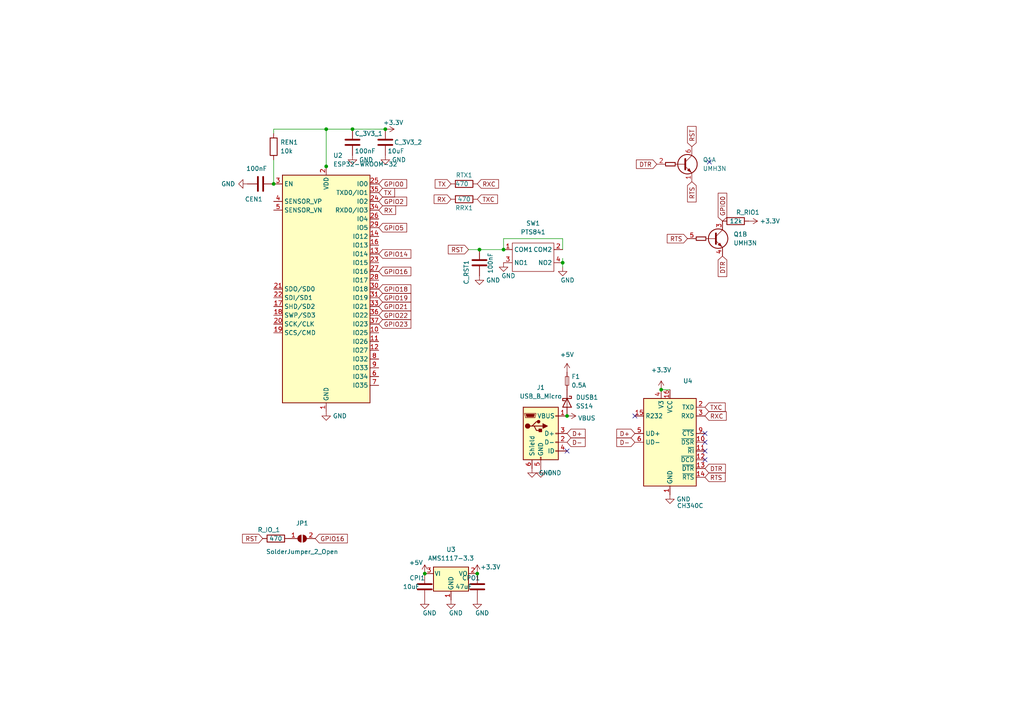
<source format=kicad_sch>
(kicad_sch (version 20211123) (generator eeschema)
  (paper "A4")
  (lib_symbols
    (symbol "Connector:USB_B_Micro" (pin_names (offset 1.016))
      (property "Reference" "J" (at -5.08 11.43 0))
      (property "Value" "USB_B_Micro" (at -5.08 8.89 0))
      (symbol "USB_B_Micro_0_1"
        (rectangle (start -5.08 -7.62) (end 5.08 7.62) (stroke (width 0.254)) (fill (type background)))
        (circle (center -3.81 2.159) (radius 0.635) (stroke (width 0.254)) (fill (type outline)))
        (circle (center -0.635 3.429) (radius 0.381) (stroke (width 0.254)) (fill (type outline)))
        (rectangle (start -0.127 -7.62) (end 0.127 -6.858))
        (polyline (pts (xy -1.905 2.159) (xy 0.635 2.159)) (stroke (width 0.254)))
        (polyline (pts (xy -3.175 2.159) (xy -2.54 2.159) (xy -1.27 3.429) (xy -0.635 3.429)) (stroke (width 0.254)))
        (polyline (pts (xy -2.54 2.159) (xy -1.905 2.159) (xy -1.27 0.889) (xy 0 0.889)) (stroke (width 0.254)))
        (polyline (pts (xy 0.635 2.794) (xy 0.635 1.524) (xy 1.905 2.159) (xy 0.635 2.794)) (stroke (width 0.254)) (fill (type outline)))
        (polyline (pts (xy -4.318 5.588) (xy -1.778 5.588) (xy -2.032 4.826) (xy -4.064 4.826) (xy -4.318 5.588)) (fill (type outline)))
        (polyline (pts (xy -4.699 5.842) (xy -4.699 5.588) (xy -4.445 4.826) (xy -4.445 4.572) (xy -1.651 4.572) (xy -1.651 4.826) (xy -1.397 5.588) (xy -1.397 5.842) (xy -4.699 5.842)))
        (rectangle (start 0.254 1.27) (end -0.508 0.508) (stroke (width 0.254)) (fill (type outline)))
        (rectangle (start 5.08 -5.207) (end 4.318 -4.953))
        (rectangle (start 5.08 -2.667) (end 4.318 -2.413))
        (rectangle (start 5.08 -0.127) (end 4.318 0.127))
        (rectangle (start 5.08 4.953) (end 4.318 5.207))
      )
      (symbol "USB_B_Micro_1_1"
        (pin power_out line (at 7.62 5.08 180) (length 2.54) (name "VBUS") (number "1"))
        (pin bidirectional line (at 7.62 -2.54 180) (length 2.54) (name "D-") (number "2"))
        (pin bidirectional line (at 7.62 0 180) (length 2.54) (name "D+") (number "3"))
        (pin passive line (at 7.62 -5.08 180) (length 2.54) (name "ID") (number "4"))
        (pin power_out line (at 0 -10.16 90) (length 2.54) (name "GND") (number "5"))
        (pin passive line (at -2.54 -10.16 90) (length 2.54) (name "Shield") (number "6"))
      )
    )
    (symbol "Device:C" (pin_numbers hide) (pin_names (offset 0.254))
      (property "Reference" "C" (at 0.635 2.54 0))
      (property "Value" "C" (at 0.635 -2.54 0))
      (symbol "C_0_1"
        (polyline (pts (xy -2.032 -0.762) (xy 2.032 -0.762)) (stroke (width 0.508)))
        (polyline (pts (xy -2.032 0.762) (xy 2.032 0.762)) (stroke (width 0.508)))
      )
      (symbol "C_1_1"
        (pin passive line (at 0 3.81 270) (length 2.794) (name "~") (number "1"))
        (pin passive line (at 0 -3.81 90) (length 2.794) (name "~") (number "2"))
      )
    )
    (symbol "Device:Fuse_Small" (pin_numbers hide) (pin_names (offset 0.254) hide)
      (property "Reference" "F" (at 0 -1.524 0))
      (property "Value" "Fuse_Small" (at 0 1.524 0))
      (symbol "Fuse_Small_0_1"
        (rectangle (start -1.27 0.508) (end 1.27 -0.508))
        (polyline (pts (xy -1.27 0) (xy 1.27 0)))
      )
      (symbol "Fuse_Small_1_1"
        (pin passive line (at -2.54 0 0) (length 1.27) (name "~") (number "1"))
        (pin passive line (at 2.54 0 180) (length 1.27) (name "~") (number "2"))
      )
    )
    (symbol "Device:R" (pin_numbers hide) (pin_names (offset 0))
      (property "Reference" "R" (at 2.032 0 90))
      (property "Value" "R" (at 0 0 90))
      (symbol "R_0_1"
        (rectangle (start -1.016 -2.54) (end 1.016 2.54) (stroke (width 0.254)))
      )
      (symbol "R_1_1"
        (pin passive line (at 0 3.81 270) (length 1.27) (name "~") (number "1"))
        (pin passive line (at 0 -3.81 90) (length 1.27) (name "~") (number "2"))
      )
    )
    (symbol "Diode:1N5819" (pin_numbers hide) (pin_names (offset 1.016) hide)
      (property "Reference" "D" (at 0 2.54 0))
      (property "Value" "1N5819" (at 0 -2.54 0))
      (symbol "1N5819_0_1"
        (polyline (pts (xy 1.27 0) (xy -1.27 0)))
        (polyline (pts (xy 1.27 1.27) (xy 1.27 -1.27) (xy -1.27 0) (xy 1.27 1.27)) (stroke (width 0.254)))
        (polyline (pts (xy -1.905 0.635) (xy -1.905 1.27) (xy -1.27 1.27) (xy -1.27 -1.27) (xy -0.635 -1.27) (xy -0.635 -0.635)) (stroke (width 0.254)))
      )
      (symbol "1N5819_1_1"
        (pin passive line (at -3.81 0 0) (length 2.54) (name "K") (number "1"))
        (pin passive line (at 3.81 0 180) (length 2.54) (name "A") (number "2"))
      )
    )
    (symbol "Interface_USB:CH340C"
      (property "Reference" "U" (at -5.08 13.97 0))
      (property "Value" "CH340C" (at 1.27 13.97 0))
      (symbol "CH340C_0_1"
        (rectangle (start -7.62 12.7) (end 7.62 -12.7) (stroke (width 0.254)) (fill (type background)))
      )
      (symbol "CH340C_1_1"
        (pin power_in line (at 0 -15.24 90) (length 2.54) (name "GND") (number "1"))
        (pin input line (at 10.16 0 180) (length 2.54) (name "~{DSR}") (number "10"))
        (pin input line (at 10.16 -2.54 180) (length 2.54) (name "~{RI}") (number "11"))
        (pin input line (at 10.16 -5.08 180) (length 2.54) (name "~{DCD}") (number "12"))
        (pin output line (at 10.16 -7.62 180) (length 2.54) (name "~{DTR}") (number "13"))
        (pin output line (at 10.16 -10.16 180) (length 2.54) (name "~{RTS}") (number "14"))
        (pin input line (at -10.16 7.62 0) (length 2.54) (name "R232") (number "15"))
        (pin power_in line (at 0 15.24 270) (length 2.54) (name "VCC") (number "16"))
        (pin output line (at 10.16 10.16 180) (length 2.54) (name "TXD") (number "2"))
        (pin input line (at 10.16 7.62 180) (length 2.54) (name "RXD") (number "3"))
        (pin passive line (at -2.54 15.24 270) (length 2.54) (name "V3") (number "4"))
        (pin bidirectional line (at -10.16 2.54 0) (length 2.54) (name "UD+") (number "5"))
        (pin bidirectional line (at -10.16 0 0) (length 2.54) (name "UD-") (number "6"))
        (pin no_connect line (at -7.62 -7.62 0) (length 2.54) hide (name "NC") (number "7"))
        (pin no_connect line (at -7.62 -10.16 0) (length 2.54) hide (name "NC") (number "8"))
        (pin input line (at 10.16 2.54 180) (length 2.54) (name "~{CTS}") (number "9"))
      )
    )
    (symbol "Jumper:SolderJumper_2_Open" (pin_names (offset 0) hide)
      (property "Reference" "JP" (at 0 2.032 0))
      (property "Value" "SolderJumper_2_Open" (at 0 -2.54 0))
      (symbol "SolderJumper_2_Open_0_1"
        (arc (start -0.254 1.016) (mid -1.27 0) (end -0.254 -1.016))
        (arc (start -0.254 1.016) (mid -1.27 0) (end -0.254 -1.016) (fill (type outline)))
        (polyline (pts (xy -0.254 1.016) (xy -0.254 -1.016)))
        (polyline (pts (xy 0.254 1.016) (xy 0.254 -1.016)))
        (arc (start 0.254 -1.016) (mid 1.27 0) (end 0.254 1.016))
        (arc (start 0.254 -1.016) (mid 1.27 0) (end 0.254 1.016) (fill (type outline)))
      )
      (symbol "SolderJumper_2_Open_1_1"
        (pin passive line (at -3.81 0 0) (length 2.54) (name "A") (number "1"))
        (pin passive line (at 3.81 0 180) (length 2.54) (name "B") (number "2"))
      )
    )
    (symbol "RF_Module:ESP32-WROOM-32"
      (property "Reference" "U" (at -12.7 34.29 0))
      (property "Value" "ESP32-WROOM-32" (at 1.27 34.29 0))
      (symbol "ESP32-WROOM-32_0_1"
        (rectangle (start -12.7 33.02) (end 12.7 -33.02) (stroke (width 0.254)) (fill (type background)))
      )
      (symbol "ESP32-WROOM-32_1_1"
        (pin power_in line (at 0 -35.56 90) (length 2.54) (name "GND") (number "1"))
        (pin bidirectional line (at 15.24 -12.7 180) (length 2.54) (name "IO25") (number "10"))
        (pin bidirectional line (at 15.24 -15.24 180) (length 2.54) (name "IO26") (number "11"))
        (pin bidirectional line (at 15.24 -17.78 180) (length 2.54) (name "IO27") (number "12"))
        (pin bidirectional line (at 15.24 10.16 180) (length 2.54) (name "IO14") (number "13"))
        (pin bidirectional line (at 15.24 15.24 180) (length 2.54) (name "IO12") (number "14"))
        (pin passive line (at 0 -35.56 90) (length 2.54) hide (name "GND") (number "15"))
        (pin bidirectional line (at 15.24 12.7 180) (length 2.54) (name "IO13") (number "16"))
        (pin bidirectional line (at -15.24 -5.08 0) (length 2.54) (name "SHD/SD2") (number "17"))
        (pin bidirectional line (at -15.24 -7.62 0) (length 2.54) (name "SWP/SD3") (number "18"))
        (pin bidirectional line (at -15.24 -12.7 0) (length 2.54) (name "SCS/CMD") (number "19"))
        (pin power_in line (at 0 35.56 270) (length 2.54) (name "VDD") (number "2"))
        (pin bidirectional line (at -15.24 -10.16 0) (length 2.54) (name "SCK/CLK") (number "20"))
        (pin bidirectional line (at -15.24 0 0) (length 2.54) (name "SDO/SD0") (number "21"))
        (pin bidirectional line (at -15.24 -2.54 0) (length 2.54) (name "SDI/SD1") (number "22"))
        (pin bidirectional line (at 15.24 7.62 180) (length 2.54) (name "IO15") (number "23"))
        (pin bidirectional line (at 15.24 25.4 180) (length 2.54) (name "IO2") (number "24"))
        (pin bidirectional line (at 15.24 30.48 180) (length 2.54) (name "IO0") (number "25"))
        (pin bidirectional line (at 15.24 20.32 180) (length 2.54) (name "IO4") (number "26"))
        (pin bidirectional line (at 15.24 5.08 180) (length 2.54) (name "IO16") (number "27"))
        (pin bidirectional line (at 15.24 2.54 180) (length 2.54) (name "IO17") (number "28"))
        (pin bidirectional line (at 15.24 17.78 180) (length 2.54) (name "IO5") (number "29"))
        (pin input line (at -15.24 30.48 0) (length 2.54) (name "EN") (number "3"))
        (pin bidirectional line (at 15.24 0 180) (length 2.54) (name "IO18") (number "30"))
        (pin bidirectional line (at 15.24 -2.54 180) (length 2.54) (name "IO19") (number "31"))
        (pin no_connect line (at -12.7 -27.94 0) (length 2.54) hide (name "NC") (number "32"))
        (pin bidirectional line (at 15.24 -5.08 180) (length 2.54) (name "IO21") (number "33"))
        (pin bidirectional line (at 15.24 22.86 180) (length 2.54) (name "RXD0/IO3") (number "34"))
        (pin bidirectional line (at 15.24 27.94 180) (length 2.54) (name "TXD0/IO1") (number "35"))
        (pin bidirectional line (at 15.24 -7.62 180) (length 2.54) (name "IO22") (number "36"))
        (pin bidirectional line (at 15.24 -10.16 180) (length 2.54) (name "IO23") (number "37"))
        (pin passive line (at 0 -35.56 90) (length 2.54) hide (name "GND") (number "38"))
        (pin passive line (at 0 -35.56 90) (length 2.54) hide (name "GND") (number "39"))
        (pin input line (at -15.24 25.4 0) (length 2.54) (name "SENSOR_VP") (number "4"))
        (pin input line (at -15.24 22.86 0) (length 2.54) (name "SENSOR_VN") (number "5"))
        (pin input line (at 15.24 -25.4 180) (length 2.54) (name "IO34") (number "6"))
        (pin input line (at 15.24 -27.94 180) (length 2.54) (name "IO35") (number "7"))
        (pin bidirectional line (at 15.24 -20.32 180) (length 2.54) (name "IO32") (number "8"))
        (pin bidirectional line (at 15.24 -22.86 180) (length 2.54) (name "IO33") (number "9"))
      )
    )
    (symbol "Regulator_Linear:AMS1117-3.3" (pin_names (offset 0.254))
      (property "Reference" "U" (at -3.81 3.175 0))
      (property "Value" "AMS1117-3.3" (at 0 3.175 0))
      (symbol "AMS1117-3.3_0_1"
        (rectangle (start -5.08 -5.08) (end 5.08 1.905) (stroke (width 0.254)) (fill (type background)))
      )
      (symbol "AMS1117-3.3_1_1"
        (pin power_in line (at 0 -7.62 90) (length 2.54) (name "GND") (number "1"))
        (pin power_out line (at 7.62 0 180) (length 2.54) (name "VO") (number "2"))
        (pin power_in line (at -7.62 0 0) (length 2.54) (name "VI") (number "3"))
      )
    )
    (symbol "Transistor_BJT:UMH3N" (pin_names hide)
      (property "Reference" "Q" (at 7.62 1.27 0))
      (property "Value" "UMH3N" (at 7.62 -1.27 0))
      (symbol "UMH3N_0_1"
        (polyline (pts (xy 3.175 0) (xy 0.254 0)))
        (polyline (pts (xy 3.175 0.635) (xy 5.08 2.54)))
        (polyline (pts (xy 3.175 1.524) (xy 3.175 -1.524)) (stroke (width 0.508)))
        (polyline (pts (xy 3.175 -0.635) (xy 5.08 -2.54) (xy 5.08 -2.54)))
        (polyline (pts (xy 3.81 -1.778) (xy 4.318 -1.27) (xy 4.826 -2.286) (xy 3.81 -1.778) (xy 3.81 -1.778)) (fill (type outline)))
        (rectangle (start 0.254 0.508) (end -2.54 -0.508) (stroke (width 0.254)))
        (circle (center 3.81 0) (radius 2.8194) (stroke (width 0.254)))
      )
      (symbol "UMH3N_1_1"
        (pin passive line (at 5.08 -5.08 90) (length 2.54) (name "E1") (number "1"))
        (pin input line (at -5.08 0 0) (length 2.54) (name "B1") (number "2"))
        (pin passive line (at 5.08 5.08 270) (length 2.54) (name "C1") (number "6"))
      )
      (symbol "UMH3N_2_1"
        (pin passive line (at 5.08 5.08 270) (length 2.54) (name "C2") (number "3"))
        (pin passive line (at 5.08 -5.08 90) (length 2.54) (name "E2") (number "4"))
        (pin input line (at -5.08 0 0) (length 2.54) (name "B2") (number "5"))
      )
    )
    (symbol "chl33:PTS841"
      (property "Reference" "SW1" (at 0.3175 10.16 0))
      (property "Value" "PTS841" (at 0.3175 7.62 0))
      (symbol "PTS841_0_1"
        (rectangle (start -5.715 4.445) (end 6.35 -3.81))
      )
      (symbol "PTS841_1_1"
        (pin passive line (at -8.255 2.54 0) (length 2.54) (name "COM1") (number "1"))
        (pin passive line (at 8.89 2.54 180) (length 2.54) (name "COM2") (number "2"))
        (pin passive line (at -8.255 -1.27 0) (length 2.54) (name "NO1") (number "3"))
        (pin passive line (at 8.89 -1.27 180) (length 2.54) (name "NO2") (number "4"))
      )
    )
    (symbol "power:+3.3V" (power) (pin_names (offset 0))
      (property "Value" "+3.3V" (at 0 3.556 0))
      (symbol "+3.3V_0_1"
        (polyline (pts (xy -0.762 1.27) (xy 0 2.54)))
        (polyline (pts (xy 0 0) (xy 0 2.54)))
        (polyline (pts (xy 0 2.54) (xy 0.762 1.27)))
      )
      (symbol "+3.3V_1_1"
        (pin power_in line (at 0 0 90) (length 0) hide (name "+3.3V") (number "1"))
      )
    )
    (symbol "power:+5V" (power) (pin_names (offset 0))
      (property "Value" "+5V" (at 0 3.556 0))
      (symbol "+5V_0_1"
        (polyline (pts (xy -0.762 1.27) (xy 0 2.54)))
        (polyline (pts (xy 0 0) (xy 0 2.54)))
        (polyline (pts (xy 0 2.54) (xy 0.762 1.27)))
      )
      (symbol "+5V_1_1"
        (pin power_in line (at 0 0 90) (length 0) hide (name "+5V") (number "1"))
      )
    )
    (symbol "power:GND" (power) (pin_names (offset 0))
      (property "Value" "GND" (at 0 -3.81 0))
      (symbol "GND_0_1"
        (polyline (pts (xy 0 0) (xy 0 -1.27) (xy 1.27 -1.27) (xy 0 -2.54) (xy -1.27 -1.27) (xy 0 -1.27)))
      )
      (symbol "GND_1_1"
        (pin power_in line (at 0 0 270) (length 0) hide (name "GND") (number "1"))
      )
    )
    (symbol "power:VBUS" (power) (pin_names (offset 0))
      (property "Value" "VBUS" (at 0 3.81 0))
      (symbol "VBUS_0_1"
        (polyline (pts (xy -0.762 1.27) (xy 0 2.54)))
        (polyline (pts (xy 0 0) (xy 0 2.54)))
        (polyline (pts (xy 0 2.54) (xy 0.762 1.27)))
      )
      (symbol "VBUS_1_1"
        (pin power_in line (at 0 0 90) (length 0) hide (name "VBUS") (number "1"))
      )
    )
  )
  (junction (at 123.19 166.37))
  (junction (at 191.77 113.03))
  (junction (at 94.615 37.465))
  (junction (at 139.065 72.39))
  (junction (at 79.375 53.34))
  (junction (at 94.615 48.26))
  (junction (at 111.76 37.465))
  (junction (at 164.465 120.65))
  (junction (at 146.05 72.39))
  (junction (at 163.195 76.2))
  (junction (at 102.235 37.465))
  (junction (at 138.43 166.37))
  (no_connect (at 164.465 130.81))
  (no_connect (at 204.47 133.35))
  (no_connect (at 205.74 46.99))
  (no_connect (at 204.47 128.27))
  (no_connect (at 204.47 130.81))
  (no_connect (at 184.15 120.65))
  (no_connect (at 204.47 125.73))
  (wire (pts (xy 94.615 48.26) (xy 94.615 37.465)))
  (wire (pts (xy 146.05 69.215) (xy 146.05 72.39)))
  (wire (pts (xy 102.235 37.465) (xy 111.76 37.465)))
  (wire (pts (xy 139.065 72.39) (xy 146.05 72.39)))
  (wire (pts (xy 78.74 53.34) (xy 79.375 53.34)))
  (wire (pts (xy 79.375 46.355) (xy 79.375 53.34)))
  (wire (pts (xy 163.195 76.2) (xy 163.195 77.47)))
  (wire (pts (xy 163.195 74.93) (xy 163.195 76.2)))
  (wire (pts (xy 94.615 48.895) (xy 94.615 48.26)))
  (wire (pts (xy 163.195 72.39) (xy 163.195 69.215)))
  (wire (pts (xy 135.89 72.39) (xy 139.065 72.39)))
  (wire (pts (xy 94.615 37.465) (xy 102.235 37.465)))
  (wire (pts (xy 191.77 113.03) (xy 194.31 113.03)))
  (wire (pts (xy 79.375 37.465) (xy 94.615 37.465)))
  (wire (pts (xy 79.375 38.735) (xy 79.375 37.465)))
  (wire (pts (xy 163.195 69.215) (xy 146.05 69.215)))
  (global_label "DTR" (shape input) (at 190.5 47.625 180) (property "Intersheet References" "${INTERSHEET_REFS}" (effects hide)))
  (global_label "TX" (shape input) (at 109.855 55.88 0) (property "Intersheet References" "${INTERSHEET_REFS}" (effects hide)))
  (global_label "GPIO22" (shape input) (at 109.855 91.44 0) (property "Intersheet References" "${INTERSHEET_REFS}" (effects hide)))
  (global_label "GPIO16" (shape input) (at 91.44 156.21 0) (property "Intersheet References" "${INTERSHEET_REFS}" (effects hide)))
  (global_label "GPIO0" (shape input) (at 109.855 53.34 0) (property "Intersheet References" "${INTERSHEET_REFS}" (effects hide)))
  (global_label "RTS" (shape input) (at 199.39 69.215 180) (property "Intersheet References" "${INTERSHEET_REFS}" (effects hide)))
  (global_label "RST" (shape input) (at 135.89 72.39 180) (property "Intersheet References" "${INTERSHEET_REFS}" (effects hide)))
  (global_label "GPIO19" (shape input) (at 109.855 86.36 0) (property "Intersheet References" "${INTERSHEET_REFS}" (effects hide)))
  (global_label "DTR" (shape input) (at 209.55 74.295 270) (property "Intersheet References" "${INTERSHEET_REFS}" (effects hide)))
  (global_label "D+" (shape input) (at 184.15 125.73 180) (property "Intersheet References" "${INTERSHEET_REFS}" (effects hide)))
  (global_label "RX" (shape input) (at 130.81 57.785 180) (property "Intersheet References" "${INTERSHEET_REFS}" (effects hide)))
  (global_label "D+" (shape input) (at 164.465 125.73 0) (property "Intersheet References" "${INTERSHEET_REFS}" (effects hide)))
  (global_label "GPIO5" (shape input) (at 109.855 66.04 0) (property "Intersheet References" "${INTERSHEET_REFS}" (effects hide)))
  (global_label "TXC" (shape input) (at 138.43 57.785 0) (property "Intersheet References" "${INTERSHEET_REFS}" (effects hide)))
  (global_label "GPIO21" (shape input) (at 109.855 88.9 0) (property "Intersheet References" "${INTERSHEET_REFS}" (effects hide)))
  (global_label "D-" (shape input) (at 164.465 128.27 0) (property "Intersheet References" "${INTERSHEET_REFS}" (effects hide)))
  (global_label "GPIO2" (shape input) (at 109.855 58.42 0) (property "Intersheet References" "${INTERSHEET_REFS}" (effects hide)))
  (global_label "RXC" (shape input) (at 204.47 120.65 0) (property "Intersheet References" "${INTERSHEET_REFS}" (effects hide)))
  (global_label "GPIO14" (shape input) (at 109.855 73.66 0) (property "Intersheet References" "${INTERSHEET_REFS}" (effects hide)))
  (global_label "RTS" (shape input) (at 200.66 52.705 270) (property "Intersheet References" "${INTERSHEET_REFS}" (effects hide)))
  (global_label "GPIO18" (shape input) (at 109.855 83.82 0) (property "Intersheet References" "${INTERSHEET_REFS}" (effects hide)))
  (global_label "GPIO0" (shape input) (at 209.55 64.135 90) (property "Intersheet References" "${INTERSHEET_REFS}" (effects hide)))
  (global_label "RTS" (shape input) (at 204.47 138.43 0) (property "Intersheet References" "${INTERSHEET_REFS}" (effects hide)))
  (global_label "DTR" (shape input) (at 204.47 135.89 0) (property "Intersheet References" "${INTERSHEET_REFS}" (effects hide)))
  (global_label "TX" (shape input) (at 130.81 53.34 180) (property "Intersheet References" "${INTERSHEET_REFS}" (effects hide)))
  (global_label "TXC" (shape input) (at 204.47 118.11 0) (property "Intersheet References" "${INTERSHEET_REFS}" (effects hide)))
  (global_label "GPIO16" (shape input) (at 109.855 78.74 0) (property "Intersheet References" "${INTERSHEET_REFS}" (effects hide)))
  (global_label "GPIO23" (shape input) (at 109.855 93.98 0) (property "Intersheet References" "${INTERSHEET_REFS}" (effects hide)))
  (global_label "RXC" (shape input) (at 138.43 53.34 0) (property "Intersheet References" "${INTERSHEET_REFS}" (effects hide)))
  (global_label "RST" (shape input) (at 200.66 42.545 90) (property "Intersheet References" "${INTERSHEET_REFS}" (effects hide)))
  (global_label "RX" (shape input) (at 109.855 60.96 0) (property "Intersheet References" "${INTERSHEET_REFS}" (effects hide)))
  (global_label "RST" (shape input) (at 76.2 156.21 180) (property "Intersheet References" "${INTERSHEET_REFS}" (effects hide)))
  (global_label "D-" (shape input) (at 184.15 128.27 180) (property "Intersheet References" "${INTERSHEET_REFS}" (effects hide)))
  (symbol (lib_id "power:+5V") (at 123.19 166.37 0) (unit 1)
    (property "Reference" "#PWR0116" (effects hide))
    (property "Value" "+5V" (at 120.65 163.195 0))
  )
  (symbol (lib_id "power:GND") (at 94.615 119.38 0) (unit 1)
    (property "Reference" "#PWR0127" (effects hide))
    (property "Value" "GND" (at 96.52 120.6499 0) (effects (justify left)))
  )
  (symbol (lib_id "power:+5V") (at 164.465 107.95 0) (unit 1)
    (property "Reference" "#PWR0110" (effects hide))
    (property "Value" "+5V" (at 164.465 102.87 0))
  )
  (symbol (lib_id "Device:R") (at 134.62 53.34 90) (unit 1)
    (property "Reference" "RTX1" (at 134.62 50.8 90))
    (property "Value" "470" (at 133.985 53.34 90))
    (property "Footprint" "Resistor_SMD:R_0603_1608Metric" (effects hide))
  )
  (symbol (lib_id "Jumper:SolderJumper_2_Open") (at 87.63 156.21 0) (unit 1)
    (property "Reference" "JP1" (at 87.63 151.765 0))
    (property "Value" "SolderJumper_2_Open" (at 87.63 160.02 0))
    (property "Footprint" "Jumper:SolderJumper-2_P1.3mm_Open_Pad1.0x1.5mm" (effects hide))
  )
  (symbol (lib_id "Device:R") (at 134.62 57.785 90) (unit 1)
    (property "Reference" "RRX1" (at 134.62 60.325 90))
    (property "Value" "470" (at 134.62 57.785 90))
    (property "Footprint" "Resistor_SMD:R_0603_1608Metric" (effects hide))
  )
  (symbol (lib_id "chl33:PTS841") (at 154.305 74.93 0) (unit 1)
    (property "Reference" "SW1" (at 154.6225 64.77 0))
    (property "Value" "PTS841" (at 154.6225 67.31 0))
    (property "Footprint" "Library:PTS841" (effects hide))
  )
  (symbol (lib_id "power:GND") (at 111.76 45.085 0) (unit 1)
    (property "Reference" "#PWR0121" (effects hide))
    (property "Value" "GND" (at 113.665 46.3549 0) (effects (justify left)))
  )
  (symbol (lib_id "RF_Module:ESP32-WROOM-32") (at 94.615 83.82 0) (unit 1)
    (property "Reference" "U2" (at 96.6344 45.085 0) (effects (justify left)))
    (property "Value" "ESP32-WROOM-32" (at 96.6344 47.625 0) (effects (justify left)))
    (property "Footprint" "RF_Module:ESP32-WROOM-32" (effects hide))
    (property "Datasheet" "https://www.espressif.com/sites/default/files/documentation/esp32-wroom-32_datasheet_en.pdf" (effects hide))
  )
  (symbol (lib_id "power:GND") (at 71.755 53.34 270) (unit 1)
    (property "Reference" "#PWR0123" (effects hide))
    (property "Value" "GND" (at 64.135 53.34 90) (effects (justify left)))
  )
  (symbol (lib_id "power:GND") (at 146.05 76.2 0) (unit 1)
    (property "Reference" "#PWR0107" (effects hide))
    (property "Value" "GND" (at 145.415 80.01 0) (effects (justify left)))
  )
  (symbol (lib_id "power:GND") (at 130.81 173.99 0) (unit 1)
    (property "Reference" "#PWR0118" (effects hide))
    (property "Value" "GND" (at 130.175 177.8 0) (effects (justify left)))
  )
  (symbol (lib_id "power:GND") (at 163.195 77.47 0) (unit 1)
    (property "Reference" "#PWR0108" (effects hide))
    (property "Value" "GND" (at 162.56 81.28 0) (effects (justify left)))
  )
  (symbol (lib_id "power:GND") (at 154.305 135.89 0) (unit 1)
    (property "Reference" "#PWR0112" (effects hide))
    (property "Value" "GND" (at 156.21 137.1599 0) (effects (justify left)))
  )
  (symbol (lib_id "power:GND") (at 138.43 173.99 0) (unit 1)
    (property "Reference" "#PWR0115" (effects hide))
    (property "Value" "GND" (at 137.795 177.8 0) (effects (justify left)))
  )
  (symbol (lib_id "power:VBUS") (at 164.465 120.65 270) (unit 1)
    (property "Reference" "#PWR0109" (effects hide))
    (property "Value" "VBUS" (at 170.18 121.285 90))
  )
  (symbol (lib_id "Device:C") (at 123.19 170.18 0) (unit 1)
    (property "Reference" "CPI1" (at 118.745 167.64 0) (effects (justify left)))
    (property "Value" "10uF" (at 116.84 170.18 0) (effects (justify left)))
    (property "Footprint" "Capacitor_SMD:C_0603_1608Metric" (effects hide))
  )
  (symbol (lib_id "Device:C") (at 138.43 170.18 0) (unit 1)
    (property "Reference" "CPO1" (at 133.985 167.64 0) (effects (justify left)))
    (property "Value" "47uF" (at 132.08 170.18 0) (effects (justify left)))
    (property "Footprint" "Capacitor_SMD:C_0603_1608Metric" (effects hide))
  )
  (symbol (lib_id "Device:C") (at 102.235 41.275 0) (unit 1)
    (property "Reference" "C_3V3_1" (at 102.87 38.735 0) (effects (justify left)))
    (property "Value" "100nF" (at 102.87 43.815 0) (effects (justify left)))
    (property "Footprint" "Capacitor_SMD:C_0603_1608Metric" (effects hide))
  )
  (symbol (lib_id "power:GND") (at 156.845 135.89 0) (unit 1)
    (property "Reference" "#PWR0113" (effects hide))
    (property "Value" "GND" (at 158.75 137.1599 0) (effects (justify left)))
  )
  (symbol (lib_id "power:GND") (at 123.19 173.99 0) (unit 1)
    (property "Reference" "#PWR0117" (effects hide))
    (property "Value" "GND" (at 122.555 177.8 0) (effects (justify left)))
  )
  (symbol (lib_id "power:+3.3V") (at 217.17 64.135 270) (unit 1)
    (property "Reference" "#PWR0105" (effects hide))
    (property "Value" "+3.3V" (at 220.345 64.1349 90) (effects (justify left)))
  )
  (symbol (lib_id "power:GND") (at 194.31 143.51 0) (unit 1)
    (property "Reference" "#PWR0119" (effects hide))
    (property "Value" "GND" (at 196.215 144.7799 0) (effects (justify left)))
  )
  (symbol (lib_id "Diode:1N5819") (at 164.465 116.84 270) (unit 1)
    (property "Reference" "DUSB1" (at 167.005 115.2524 90) (effects (justify left)))
    (property "Value" "SS14" (at 167.005 117.7924 90) (effects (justify left)))
    (property "Footprint" "Diode_SMD:D_2010_5025Metric" (effects hide))
    (property "Datasheet" "http://www.vishay.com/docs/88525/1n5817.pdf" (effects hide))
  )
  (symbol (lib_id "power:+3.3V") (at 138.43 166.37 0) (unit 1)
    (property "Reference" "#PWR0114" (effects hide))
    (property "Value" "+3.3V" (at 142.24 164.465 0))
  )
  (symbol (lib_id "Device:C") (at 139.065 76.2 0) (unit 1)
    (property "Reference" "C_RST1" (at 135.255 82.55 90) (effects (justify left)))
    (property "Value" "100nF" (at 142.24 79.375 90) (effects (justify left)))
    (property "Footprint" "Capacitor_SMD:C_0603_1608Metric" (effects hide))
  )
  (symbol (lib_id "Connector:USB_B_Micro") (at 156.845 125.73 0) (unit 1)
    (property "Reference" "J1" (at 156.845 112.395 0))
    (property "Value" "USB_B_Micro" (at 156.845 114.935 0))
    (property "Footprint" "Library:USB-micro-aliexpress" (effects hide))
  )
  (symbol (lib_id "Device:Fuse_Small") (at 164.465 110.49 270) (unit 1)
    (property "Reference" "F1" (at 165.735 109.2199 90) (effects (justify left)))
    (property "Value" "0.5A" (at 165.735 111.7599 90) (effects (justify left)))
    (property "Footprint" "Diode_SMD:D_0805_2012Metric" (effects hide))
  )
  (symbol (lib_id "Device:R") (at 213.36 64.135 90) (unit 1)
    (property "Reference" "R_RIO1" (at 220.345 61.595 90) (effects (justify left)))
    (property "Value" "12k" (at 215.265 64.135 90) (effects (justify left)))
    (property "Footprint" "Resistor_SMD:R_0603_1608Metric" (effects hide))
  )
  (symbol (lib_id "Device:R") (at 80.01 156.21 90) (unit 1)
    (property "Reference" "R_IO_1" (at 81.28 153.67 90) (effects (justify left)))
    (property "Value" "470" (at 81.915 156.21 90) (effects (justify left)))
    (property "Footprint" "Resistor_SMD:R_0603_1608Metric" (effects hide))
  )
  (symbol (lib_id "Transistor_BJT:UMH3N") (at 204.47 69.215 0) (unit 2)
    (property "Reference" "Q1" (at 212.725 67.9449 0) (effects (justify left)))
    (property "Value" "UMH3N" (at 212.725 70.4849 0) (effects (justify left)))
    (property "Footprint" "Package_TO_SOT_SMD:SOT-363_SC-70-6" (effects hide))
    (property "Datasheet" "http://rohmfs.rohm.com/en/products/databook/datasheet/discrete/transistor/digital/emh3t2r-e.pdf" (effects hide))
  )
  (symbol (lib_id "power:+3.3V") (at 111.76 37.465 270) (unit 1)
    (property "Reference" "#PWR0122" (effects hide))
    (property "Value" "+3.3V" (at 111.125 35.56 90) (effects (justify left)))
  )
  (symbol (lib_id "Device:C") (at 111.76 41.275 0) (unit 1)
    (property "Reference" "C_3V3_2" (at 114.3 41.275 0) (effects (justify left)))
    (property "Value" "10uF" (at 112.395 43.815 0) (effects (justify left)))
    (property "Footprint" "Capacitor_SMD:C_0805_2012Metric" (effects hide))
  )
  (symbol (lib_id "Device:R") (at 79.375 42.545 180) (unit 1)
    (property "Reference" "REN1" (at 81.28 41.2749 0) (effects (justify right)))
    (property "Value" "10k" (at 81.28 43.8149 0) (effects (justify right)))
    (property "Footprint" "Resistor_SMD:R_0603_1608Metric" (effects hide))
  )
  (symbol (lib_id "Transistor_BJT:UMH3N") (at 195.58 47.625 0) (unit 1)
    (property "Reference" "Q1" (at 203.835 46.3549 0) (effects (justify left)))
    (property "Value" "UMH3N" (at 203.835 48.8949 0) (effects (justify left)))
    (property "Footprint" "Package_TO_SOT_SMD:SOT-363_SC-70-6" (effects hide))
    (property "Datasheet" "http://rohmfs.rohm.com/en/products/databook/datasheet/discrete/transistor/digital/emh3t2r-e.pdf" (effects hide))
  )
  (symbol (lib_id "power:GND") (at 139.065 80.01 0) (unit 1)
    (property "Reference" "#PWR0106" (effects hide))
    (property "Value" "GND" (at 140.97 81.2799 0) (effects (justify left)))
  )
  (symbol (lib_id "power:+3.3V") (at 191.77 113.03 0) (unit 1)
    (property "Reference" "#PWR0111" (effects hide))
    (property "Value" "+3.3V" (at 191.77 107.315 0))
  )
  (symbol (lib_id "power:GND") (at 102.235 45.085 0) (unit 1)
    (property "Reference" "#PWR0120" (effects hide))
    (property "Value" "GND" (at 104.14 46.3549 0) (effects (justify left)))
  )
  (symbol (lib_id "Device:C") (at 75.565 53.34 90) (unit 1)
    (property "Reference" "CEN1" (at 76.2 57.785 90) (effects (justify left)))
    (property "Value" "100nF" (at 77.47 48.895 90) (effects (justify left)))
    (property "Footprint" "Capacitor_SMD:C_0603_1608Metric" (effects hide))
  )
  (symbol (lib_id "Interface_USB:CH340C") (at 194.31 128.27 0) (unit 1)
    (property "Reference" "U4" (at 198.12 110.49 0) (effects (justify left)))
    (property "Value" "CH340C" (at 196.3294 146.685 0) (effects (justify left)))
    (property "Footprint" "Package_SO:SOIC-16_3.9x9.9mm_P1.27mm" (effects hide))
    (property "Datasheet" "https://datasheet.lcsc.com/szlcsc/Jiangsu-Qin-Heng-CH340C_C84681.pdf" (effects hide))
  )
  (symbol (lib_id "Regulator_Linear:AMS1117-3.3") (at 130.81 166.37 0) (unit 1)
    (property "Reference" "U3" (at 130.81 159.385 0))
    (property "Value" "AMS1117-3.3" (at 130.81 161.925 0))
    (property "Footprint" "Package_TO_SOT_SMD:SOT-223-3_TabPin2" (effects hide))
    (property "Datasheet" "http://www.advanced-monolithic.com/pdf/ds1117.pdf" (effects hide))
  )
)
</source>
